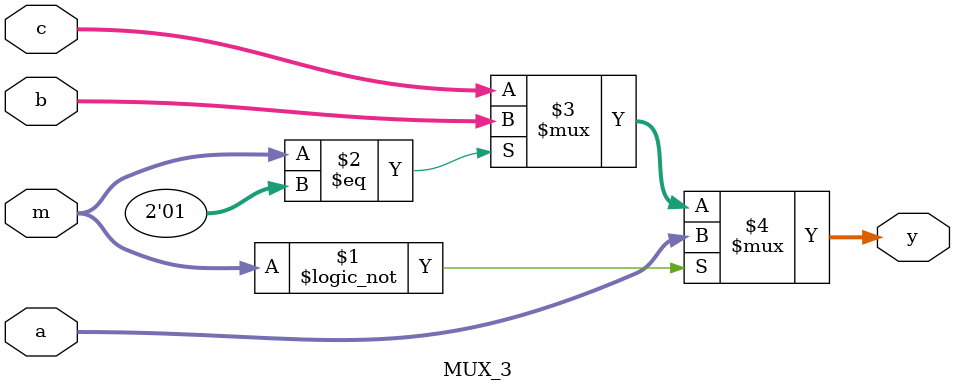
<source format=v>
`timescale 1ns / 1ps


module MUX_3
#(parameter WIDTH = 32)
(
    input   [1:0]    m,
    input   [WIDTH-1:0] a,b,c,
    output  [WIDTH-1:0] y
    );
assign y=(m==2'b0)?a:(m==2'b1)?b:c;
endmodule

</source>
